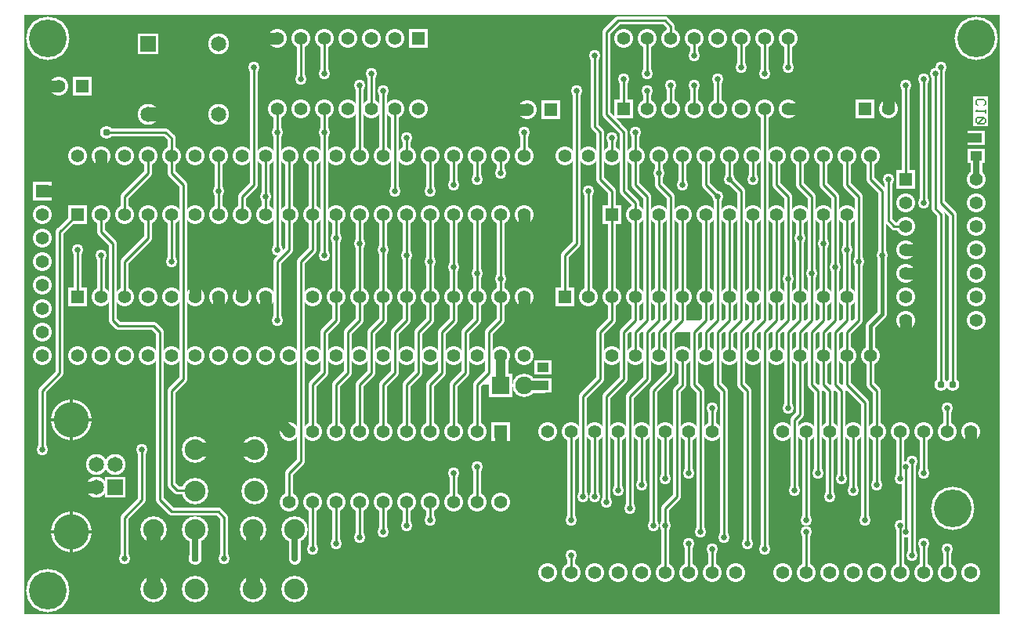
<source format=gbl>
G04*
G04 Format:               Gerber RS-274X*
G04 Layer:                BottomCopper*
G04 This File Name:       Mini (Ver 4l 2024) - Gerber.gbl*
G04 Source File Name:     Mini (Ver 4l 2024).pcb*
G04 Unique ID:            5eaf9519-9103-422e-be0f-e1a041fa282d*
G04 Generated Date:       Saturday, 19 October 2024 20:49:58*
G04*
G04 Created Using:        Robot Room Copper Connection v2.7.5443*
G04 Software Contact:     http://www.robotroom.com/CopperConnection/Support.aspx*
G04 License Number:       1685*
G04 Student Edition:      true*
G04*
G04 Zero Suppression:     Leading*
G04 Number Precision:     2.4*
G04*
%FSLAX24Y24*%
%MOIN*%
%LNBottomCopper*%
%ADD10C,.006*%
%ADD11C,.01*%
%ADD12C,.015*%
%ADD13C,.025*%
%ADD14C,.026*%
%ADD15C,.031*%
%ADD16C,.034*%
%ADD17C,.039*%
%ADD18C,.04*%
%ADD19C,.049*%
%ADD20C,.05*%
%ADD21C,.055*%
%ADD22C,.056*%
%ADD23C,.06*%
%ADD24C,.064*%
%ADD25C,.065*%
%ADD26C,.075*%
%ADD27C,.08*%
%ADD28C,.088*%
%ADD29C,.089*%
%ADD30C,.099*%
%ADD31C,.112*%
%ADD32C,.15*%
%ADD33C,.16*%
%ADD34C,.184*%
%ADD35R,.006X.006*%
%ADD36R,.056X.056*%
%ADD37R,.065X.065*%
%ADD38R,.075X.075*%
%ADD39R,.08X.08*%
%ADD40R,.089X.089*%
%ADD41R,.099X.099*%
%ADD42R,.05X.04*%
%ADD43R,.074X.064*%
%AMTHERMAL*7,0,0,$1,$1-$2-$2,$2,0*%
%ADD44THERMAL,.174X.012*%
G36*
G01X0Y25500D02*
Y0D01*
X41500D01*
Y25500D01*
X0D01*
G37*
%LPC*%
G36*
X26000Y12500D02*
X35500D01*
X35000Y12000D01*
X25500D01*
X26000Y12500D01*
G37*
G36*
X19250Y9750D02*
X20250D01*
Y11000D01*
X19750Y10750D01*
Y10250D01*
X19250Y9750D01*
G37*
G36*
X33500Y9750D02*
X35000D01*
X35250Y9500D01*
X33750D01*
X33500Y9750D01*
G37*
D44*
X2000Y8250D03*
Y3510D03*
G36*
X40371Y22027D02*
X41012D01*
Y20748D01*
X40371D01*
Y22027D01*
G37*
D16*
X26000Y17000D02*
Y13500D01*
X27000D02*
Y17000D01*
X28000Y13500D02*
Y17000D01*
X25000Y13500D02*
Y17000D01*
X29000D02*
Y13500D01*
X30000D02*
Y17000D01*
X31000Y13500D02*
Y17000D01*
X32000D02*
Y13500D01*
X33000D02*
Y16000D01*
X34000Y13500D02*
Y15750D01*
X35000Y17000D02*
Y15500D01*
X23250Y1750D02*
Y2500D01*
X26000Y11000D02*
Y12000D01*
X39000Y23250D02*
Y17500D01*
X39500Y17000D01*
X27000Y11000D02*
Y12000D01*
X26000D02*
X26500Y12500D01*
Y17750D01*
X29000Y11000D02*
Y12000D01*
X26500Y17750D02*
X26000Y18250D01*
X27000Y12000D02*
X27500Y12500D01*
X26000Y18250D02*
Y19500D01*
X27500Y12500D02*
Y17750D01*
X30000Y11000D02*
Y12000D01*
X27500Y17750D02*
X27000Y18250D01*
X29000Y12000D02*
X29500Y12500D01*
X27000Y18250D02*
Y18750D01*
X29500Y12500D02*
Y17750D01*
X32000Y11000D02*
Y12000D01*
X29500Y17750D02*
X29000Y18250D01*
X30000Y12000D02*
X30500Y12500D01*
X29000Y18250D02*
Y19500D01*
X30500Y12500D02*
Y18000D01*
X33000Y11000D02*
Y12000D01*
X30500Y18000D02*
X30000Y18500D01*
X8250Y19500D02*
Y18000D01*
X32000Y12000D02*
X32500Y12500D01*
Y14250D01*
X34000Y11000D02*
Y12000D01*
X32500Y17750D02*
X32000Y18250D01*
X33000Y12000D02*
X33500Y12500D01*
X32000Y18250D02*
Y19500D01*
X33500Y12500D02*
Y14500D01*
X35000Y11000D02*
Y12000D01*
X33500Y17750D02*
X33000Y18250D01*
X34000Y12000D02*
X34500Y12500D01*
X33000Y18250D02*
Y19500D01*
X34500Y12500D02*
Y14750D01*
Y17750D02*
X34000Y18250D01*
X35000Y12000D02*
X35500Y12500D01*
X34000Y18250D02*
Y19500D01*
X35500Y12500D02*
Y15000D01*
Y17750D02*
X35000Y18250D01*
Y19500D01*
X36500Y18000D02*
X36000Y18500D01*
Y19500D01*
X20250Y13500D02*
Y14250D01*
X19250Y13500D02*
Y14500D01*
X31000Y11000D02*
Y12000D01*
X18250Y13500D02*
Y14750D01*
X29500Y21500D02*
Y22750D01*
X17250Y17000D02*
Y15000D01*
X31000Y12000D02*
X31500Y12500D01*
X16250Y13500D02*
Y15250D01*
X15250Y17000D02*
Y15500D01*
X14250Y13500D02*
Y15750D01*
X31500Y12500D02*
Y21500D01*
X38250Y17500D02*
Y22750D01*
X3250Y13500D02*
Y15250D01*
X16250Y17000D02*
Y15250D01*
X13250Y13500D02*
Y16000D01*
X4250Y13500D02*
Y15000D01*
X11250Y4750D02*
Y6000D01*
X4250Y15000D02*
X5250Y16000D01*
X6250Y15000D02*
Y17000D01*
X39500D02*
Y9750D01*
X27000Y19500D02*
Y18750D01*
X3500Y20500D02*
X12250Y4750D02*
Y2750D01*
X11250Y6000D02*
X11750Y6500D01*
X31000Y13500D02*
Y12500D01*
X11750Y6500D02*
Y15000D01*
X13250Y4750D02*
Y3000D01*
X11750Y15000D02*
X12250Y15500D01*
X32000Y13500D02*
Y12500D01*
X31000D02*
X30500Y12000D01*
X7250Y5230D02*
X6500Y5250D01*
X30500Y12000D02*
Y9750D01*
X3500Y20500D02*
X6000D01*
X33000Y13500D02*
Y12500D01*
X30500Y9750D02*
X30750Y9500D01*
X32000Y12500D02*
X31500Y12000D01*
Y2750D01*
X34000Y13500D02*
Y12500D01*
X33000D02*
X32500Y12000D01*
Y8750D01*
X33000Y11000D02*
Y8500D01*
X34000Y12500D02*
X33500Y12000D01*
X14750Y21500D02*
Y23000D01*
X33500Y12000D02*
Y9750D01*
X6000Y20500D02*
X6250Y20250D01*
X2250Y13500D02*
Y15500D01*
X34000Y11000D02*
Y9750D01*
X6250Y20250D02*
Y19500D01*
X33500Y9750D02*
X33750Y9500D01*
X6500Y5250D02*
X6250Y5500D01*
X33750Y9500D02*
Y6000D01*
X33000Y8500D02*
X32750Y8250D01*
X12750Y23000D02*
Y24500D01*
X32750Y8250D02*
Y5250D01*
X35000Y11000D02*
Y9750D01*
X34000D02*
X34250Y9500D01*
X12250Y7750D02*
Y9750D01*
X13250Y7750D02*
Y9750D01*
X6250Y5500D02*
Y9500D01*
X12250Y9750D02*
X12750Y10250D01*
Y15250D02*
Y20500D01*
X6250Y9500D02*
X6750Y10000D01*
X12750Y10250D02*
Y12000D01*
Y21500D02*
Y20500D01*
X6750Y10000D02*
Y18250D01*
X14250Y7750D02*
Y9750D01*
X12750Y12000D02*
X13250Y12500D01*
X6750Y18250D02*
X6250Y18750D01*
X13250Y9750D02*
X13750Y10250D01*
X13250Y12500D02*
Y13500D01*
X13750Y10250D02*
Y12000D01*
X15250Y7750D02*
Y9750D01*
X13750Y12000D02*
X14250Y12500D01*
Y9750D02*
X14750Y10250D01*
X14250Y12500D02*
Y13500D01*
X14750Y10250D02*
Y12000D01*
X16250Y7750D02*
Y9750D01*
X14750Y12000D02*
X15250Y12500D01*
Y9750D02*
X15750Y10250D01*
X15250Y12500D02*
Y13500D01*
X12250Y15500D02*
Y17000D01*
X15750Y10250D02*
Y12000D01*
X17250Y7750D02*
Y9750D01*
X15750Y12000D02*
X16250Y12500D01*
Y9750D02*
X16750Y10250D01*
X16250Y12500D02*
Y13500D01*
X6250Y18750D02*
Y19500D01*
X10750Y21500D02*
Y20500D01*
X37750Y2500D02*
Y6500D01*
X14250Y4750D02*
Y3250D01*
X34250Y9500D02*
Y7750D01*
X12250Y17000D02*
Y19500D01*
X36000Y11000D02*
Y9750D01*
X16750Y10250D02*
Y12000D01*
X10250Y19500D02*
Y17750D01*
X35000Y9750D02*
X35750Y9000D01*
Y4000D01*
X18250Y7750D02*
Y9750D01*
X15250Y4750D02*
Y3500D01*
X16750Y12000D02*
X17250Y12500D01*
X36000Y9750D02*
X36250Y9500D01*
X37500Y6250D02*
Y3500D01*
X17250Y9750D02*
X17750Y10250D01*
X17250Y4750D02*
Y4000D01*
Y12500D02*
Y13500D01*
X17750Y10250D02*
Y12000D01*
X36250Y9500D02*
Y7750D01*
X19250D02*
Y9750D01*
X17750Y12000D02*
X18250Y12500D01*
X39000Y9750D02*
Y17000D01*
X18250Y9750D02*
X18750Y10250D01*
X39000Y17000D02*
X38750Y17250D01*
X18250Y12500D02*
Y13500D01*
X18750Y10250D02*
Y12000D01*
X29750Y3250D02*
Y9500D01*
X38750Y17250D02*
Y23000D01*
X18750Y12000D02*
X19250Y12500D01*
Y9750D02*
X19750Y10250D01*
X19250Y12500D02*
Y13500D01*
X10750Y15500D02*
Y20500D01*
X28500Y21500D02*
Y22500D01*
X19750Y10250D02*
Y12000D01*
X20250Y12500D01*
X27500Y21500D02*
Y22500D01*
X16250Y4750D02*
Y3750D01*
X20250Y12500D02*
Y13500D01*
X37500Y22500D02*
Y18500D01*
X29750Y9500D02*
X29500Y9750D01*
X31500Y23000D02*
Y24500D01*
X26500Y21500D02*
Y22250D01*
X29500Y9750D02*
Y12000D01*
X30000Y12500D01*
X14250Y22500D02*
Y19500D01*
X23000Y13500D02*
Y15250D01*
X15250Y22250D02*
Y19500D01*
X23000Y15250D02*
X23500Y15750D01*
Y22250D01*
X30000Y12500D02*
Y13500D01*
X28750Y3500D02*
Y9500D01*
X18250Y4750D02*
Y6000D01*
X30000Y19500D02*
Y18500D01*
X28750Y9500D02*
X28500Y9750D01*
Y12000D01*
X29000Y12500D01*
Y13500D01*
X26750Y3750D02*
Y9500D01*
X4250Y2360D02*
Y4110D01*
X26750Y9500D02*
X27500Y10250D01*
X32500Y23250D02*
Y24500D01*
X27500Y10250D02*
Y12000D01*
X28000Y12500D01*
Y13500D01*
X19250Y4750D02*
Y6250D01*
X4250Y4110D02*
X5000Y4860D01*
X25750Y4500D02*
Y9250D01*
X25500Y21500D02*
Y22750D01*
X37500Y16500D02*
X37000D01*
X25750Y9250D02*
X26500Y10000D01*
X5000Y4860D02*
Y7000D01*
X26500Y10000D02*
Y12000D01*
X27000Y12500D01*
Y13500D01*
X11250Y19500D02*
Y17000D01*
X23750Y5000D02*
Y9250D01*
X24750Y4750D02*
Y9250D01*
X25500Y10000D01*
X23750Y9250D02*
X24500Y10000D01*
X25500D02*
Y12000D01*
X37000Y16500D02*
X36750Y16750D01*
X26500Y24500D02*
Y23000D01*
X24500Y10000D02*
Y12000D01*
X35000Y13500D02*
Y12500D01*
X11250Y17000D02*
Y15500D01*
X36750Y16750D02*
Y18500D01*
X11750Y22750D02*
Y24500D01*
X25500Y12000D02*
X26000Y12500D01*
Y13500D01*
X27250Y3750D02*
Y4500D01*
X24500Y12000D02*
X25000Y12500D01*
Y13500D01*
X11250Y15500D02*
X10750Y15000D01*
X35000Y12500D02*
X34500Y12000D01*
X15250Y13500D02*
Y15500D01*
X10750Y15000D02*
Y12500D01*
X10250Y17000D02*
Y17750D01*
X34500Y12000D02*
Y9750D01*
X35000Y13500D02*
Y15500D01*
X34500Y9750D02*
X34750Y9500D01*
X27250Y4500D02*
X27750Y5000D01*
X16250Y19500D02*
Y20250D01*
X27750Y5000D02*
Y9500D01*
X28000Y9750D01*
X17250Y19500D02*
Y18000D01*
X28000Y9750D02*
Y11000D01*
X8250Y17000D02*
Y18000D01*
X15750Y21500D02*
Y18000D01*
X18250Y19500D02*
Y18250D01*
X25000Y20250D02*
Y19500D01*
X34750Y9500D02*
Y5750D01*
X24000Y18000D02*
Y13500D01*
X19250Y19500D02*
Y18500D01*
X28000Y18250D02*
Y19500D01*
X20250D02*
Y18750D01*
X21250Y19500D02*
Y20500D01*
X31000Y18500D02*
Y19500D01*
X14250Y17000D02*
Y15750D01*
X34000Y17000D02*
Y15750D01*
X26000Y20500D02*
Y19500D01*
X4250Y17000D02*
Y17750D01*
X5250Y18750D01*
X13250Y17000D02*
Y16000D01*
X5250Y18750D02*
Y19500D01*
X33000Y17000D02*
Y16000D01*
X2250Y17000D02*
X1500Y16250D01*
X3250Y17000D02*
Y16250D01*
X3750Y15750D01*
Y12500D01*
X750Y7000D02*
Y9500D01*
X1500Y10250D01*
Y16250D01*
X3750Y12500D02*
X4000Y12250D01*
X5500D01*
X5750Y12000D01*
X9250Y17000D02*
Y17750D01*
X5750Y12000D02*
Y4860D01*
X6250Y4360D01*
X8250D01*
X9250Y17750D02*
X9750Y18250D01*
X8250Y4360D02*
X8500Y4110D01*
Y2360D01*
X9750Y18250D02*
Y23250D01*
X30500D02*
Y24500D01*
X5250Y16000D02*
Y17000D01*
X36500Y18000D02*
Y15250D01*
X17250Y13500D02*
Y15000D01*
X35500Y17750D02*
Y15000D01*
X18250Y17000D02*
Y14750D01*
X34500Y17750D02*
Y14750D01*
X19250Y17000D02*
Y14500D01*
X33500Y17750D02*
Y14500D01*
X20250Y17000D02*
Y14250D01*
X26000Y17000D02*
Y17500D01*
X25000Y17000D02*
Y18000D01*
X26000Y17500D02*
X25500Y18000D01*
Y20500D01*
X28500Y24500D02*
Y23750D01*
X25500Y20500D02*
X25250Y20750D01*
X25000Y18000D02*
X24500Y18500D01*
X25250Y20750D02*
X24750Y21250D01*
Y24750D01*
X25250Y25250D01*
X24500Y18500D02*
Y20500D01*
X25250Y25250D02*
X27250D01*
X27500Y25000D01*
Y24500D01*
X24500Y20500D02*
X24250Y20750D01*
Y23750D01*
X39250Y7750D02*
Y8750D01*
X38250Y7750D02*
Y6000D01*
X37250Y7750D02*
Y5750D01*
X28250Y6000D02*
Y7750D01*
X36250D02*
Y5500D01*
X27250Y5750D02*
Y7750D01*
X35250D02*
Y5250D01*
X26250Y5500D02*
Y7750D01*
X34250D02*
Y5000D01*
X25250Y5250D02*
Y7750D01*
X33250D02*
Y4000D01*
X24250Y5000D02*
Y7750D01*
X39250Y1750D02*
Y2750D01*
X23250Y4000D02*
Y7750D01*
X38250Y1750D02*
Y3000D01*
X37250Y1750D02*
Y3750D01*
X27250D02*
Y1750D01*
X28250D02*
Y3000D01*
X29250Y7750D02*
Y8750D01*
Y2750D02*
Y1750D01*
X33250D02*
Y3500D01*
X30750Y9500D02*
Y3000D01*
X32500Y17750D02*
Y14250D01*
D17*
X36000Y11000D02*
Y12250D01*
X36500Y12750D01*
Y15250D01*
D19*
X7250Y2360D02*
Y3610D01*
X11500Y2360D02*
Y3610D01*
X40500Y19490D02*
Y18500D01*
D20*
X10750Y20500D03*
X27000Y18750D03*
X38250Y22750D03*
X34750Y5750D03*
X22070Y10480D03*
X10250Y17750D03*
X29500Y22750D03*
X6250Y15000D03*
X12750Y20500D03*
X16250Y15250D03*
X32500Y8750D03*
X33750Y6000D03*
X3250Y15250D03*
X14750Y23000D03*
X12250Y2750D03*
X12750Y23000D03*
X32500Y23250D03*
X32750Y5250D03*
X8500Y2360D03*
X11500D03*
X23250Y2500D03*
X31500Y2750D03*
X26000Y20500D03*
X12750Y15250D03*
X21250Y20500D03*
X30000Y18500D03*
X2250Y15500D03*
X10750D03*
X28250Y6000D03*
X39250Y8750D03*
X29250D03*
X27250Y5750D03*
X37250D03*
X26250Y5500D03*
X36250D03*
X25250Y5250D03*
X35250D03*
X24250Y5000D03*
X34250D03*
X23250Y4000D03*
X33250D03*
X27250Y3750D03*
X39250Y2750D03*
X38250Y3000D03*
X37250Y3750D03*
X37750Y2500D03*
X30750Y3000D03*
X13250D03*
X37750Y6500D03*
X29500Y17750D03*
X14250Y3250D03*
X35750Y4000D03*
X8250Y18000D03*
X17250Y4000D03*
X29750Y3250D03*
X15250Y3500D03*
X28250Y3000D03*
X29250Y2750D03*
X39000Y23250D03*
X38250Y17500D03*
Y6000D03*
X28500Y22500D03*
X31500Y23000D03*
X37500Y6250D03*
Y22500D03*
Y3500D03*
X27500Y22500D03*
X28750Y3500D03*
X14250Y22500D03*
X26500Y22250D03*
X15250D03*
X4250Y2360D03*
X16250Y3750D03*
X23500Y22250D03*
X26750Y3750D03*
X33250Y3500D03*
X18250Y6000D03*
X25750Y4500D03*
X19250Y6250D03*
X25500Y22750D03*
X24750Y4750D03*
X23750Y5000D03*
X750Y7000D03*
X5000D03*
X31000Y18500D03*
X26500Y23000D03*
X36750Y18500D03*
X15250Y15500D03*
X35000D03*
X11750Y22750D03*
X10750Y12500D03*
X14250Y15750D03*
X16250Y20250D03*
X17250Y18000D03*
X25000Y20250D03*
X24000Y18000D03*
X18250Y18250D03*
X34000Y15750D03*
X28000Y18250D03*
X19250Y18500D03*
X20250Y18750D03*
X15750Y18000D03*
X13250Y16000D03*
X33000D03*
X38750Y23000D03*
X9750Y23250D03*
X30500D03*
X36500Y15250D03*
X17250Y15000D03*
X35500D03*
X18250Y14750D03*
X34500D03*
X19250Y14500D03*
X33500D03*
X20250Y14250D03*
X28500Y23750D03*
X24250D03*
X32500Y14250D03*
D21*
X3500Y20500D03*
X39500Y9750D03*
X7250Y2360D03*
X39000Y9750D03*
D24*
X21250Y9720D02*
X22060D01*
X20250D02*
Y11000D01*
D27*
X24000Y13500D03*
X25000D03*
X26000D03*
X27000D03*
X28000D03*
X29000D03*
X30000D03*
X31000D03*
X32000D03*
X33000D03*
X34000D03*
X35000D03*
X36000Y19500D03*
X35000D03*
X34000D03*
X33000D03*
X32000D03*
X31000D03*
X30000D03*
X29000D03*
X28000D03*
X27000D03*
X26000D03*
X25000D03*
X24000D03*
X23000D03*
X26000Y17000D03*
X27000D03*
X28000D03*
X29000D03*
X30000D03*
X31000D03*
X32000D03*
X33000D03*
X34000D03*
X35000D03*
X36000Y11000D03*
X35000D03*
X34000D03*
X33000D03*
X32000D03*
X31000D03*
X30000D03*
X29000D03*
X28000D03*
X27000D03*
X26000D03*
X25000D03*
X3250Y13500D03*
X4250D03*
X5250D03*
X6250D03*
X7250D03*
X8250D03*
X9250D03*
X10250D03*
X12250D03*
X13250D03*
X14250D03*
X15250D03*
X16250D03*
X17250D03*
X18250D03*
X19250D03*
X20250D03*
X21250D03*
Y19500D03*
X20250D03*
X19250D03*
X18250D03*
X17250D03*
X16250D03*
X15250D03*
X14250D03*
X13250D03*
X12250D03*
X11250D03*
X10250D03*
X9250D03*
X8250D03*
X7250D03*
X6250D03*
X5250D03*
X4250D03*
X3250D03*
X2250D03*
X3250Y17000D03*
X4250D03*
X5250D03*
X6250D03*
X7250D03*
X8250D03*
X9250D03*
X10250D03*
X11250D03*
X12250D03*
X13250D03*
X14250D03*
X15250D03*
X16250D03*
X17250D03*
X18250D03*
X19250D03*
X20250D03*
X21250D03*
Y11000D03*
X20250D03*
X19250D03*
X18250D03*
X17250D03*
X16250D03*
X15250D03*
X14250D03*
X13250D03*
X12250D03*
X11250D03*
X10250D03*
X9250D03*
X8250D03*
X7250D03*
X6250D03*
X5250D03*
X4250D03*
X3250D03*
X2250D03*
X15750Y24500D03*
X14750D03*
X13750D03*
X12750D03*
X11750D03*
X10750D03*
Y21500D03*
X11750D03*
X12750D03*
X13750D03*
X14750D03*
X15750D03*
X16750D03*
X24250Y1750D03*
X22250D03*
X23250D03*
X25250D03*
X26250D03*
X27250D03*
X28250D03*
X29250D03*
X30250D03*
X29250Y7750D03*
X28250D03*
X27250D03*
X26250D03*
X25250D03*
X24250D03*
X23250D03*
X22250D03*
X1460Y22460D03*
X750Y17000D03*
Y16000D03*
Y15000D03*
Y14000D03*
Y13000D03*
Y12000D03*
Y11000D03*
X34250Y1750D03*
X32250D03*
X33250D03*
X35250D03*
X36250D03*
X37250D03*
X38250D03*
X39250D03*
X40250D03*
Y7750D03*
X39250D03*
X38250D03*
X37250D03*
X36250D03*
X35250D03*
X34250D03*
X33250D03*
X32250D03*
X19250D03*
X18250D03*
X17250D03*
X16250D03*
X15250D03*
X14250D03*
X13250D03*
X12250D03*
X11250D03*
Y4750D03*
X12250D03*
X13250D03*
X14250D03*
X15250D03*
X16250D03*
X17250D03*
X18250D03*
X19250D03*
X20250D03*
X37500Y17500D03*
Y16500D03*
Y15500D03*
Y14500D03*
Y13500D03*
Y12500D03*
X40500D03*
Y13500D03*
Y14500D03*
Y15500D03*
Y16500D03*
Y17500D03*
Y18500D03*
X26500Y21500D03*
X27500D03*
X28500D03*
X29500D03*
X30500D03*
X31500D03*
X32500D03*
Y24500D03*
X31500D03*
X30500D03*
X29500D03*
X28500D03*
X27500D03*
X26500D03*
X25500D03*
X36750Y21500D03*
X21390Y21450D03*
D29*
X5250Y21250D03*
X8250D03*
Y24250D03*
X3070Y6370D03*
Y5390D03*
X3850Y6370D03*
D30*
X21250Y9720D03*
D31*
X7250Y3610D03*
Y1050D03*
X5480Y3610D03*
Y1050D03*
X11500Y3610D03*
Y1050D03*
X9730Y3610D03*
Y1050D03*
X7250Y7000D03*
X9810D03*
X7250Y5230D03*
X9810D03*
D34*
X1000Y24500D03*
Y1000D03*
X39500Y4500D03*
X40500Y24500D03*
D39*
X23000Y13500D03*
X25000Y17000D03*
X2250Y13500D03*
Y17000D03*
X16750Y24500D03*
X2460Y22460D03*
X750Y18000D03*
X20250Y7750D03*
X37500Y18500D03*
X25500Y21500D03*
X35750D03*
X22390Y21450D03*
D40*
X5250Y24250D03*
X3850Y5390D03*
D41*
X20250Y9720D03*
D43*
X40500Y20250D03*
Y19490D03*
X22060Y9720D03*
Y10480D03*
%LPD*%
D10*
X40819Y21643D02*
G74*
G03X40882Y21706I0J64D01*
G01Y21834D01*
G03X40819Y21898I64J0D01*
G01X40564D01*
G03X40500Y21834I0J64D01*
G01Y21706D01*
G03X40564Y21643I64J0D01*
G01Y21451D02*
X40500Y21388D01*
X40882D01*
Y21451D02*
Y21324D01*
X40819Y21132D02*
X40564D01*
G03X40500Y21069I0J64D01*
G01Y20941D01*
G03X40564Y20878I64J0D01*
G01X40819D01*
G03X40882Y20941I0J64D01*
G01Y21069D01*
G03X40819Y21132I64J0D01*
G01X40564Y20878D01*
D11*
X26000Y17000D02*
Y13500D01*
X27000D02*
Y17000D01*
X28000Y13500D02*
Y17000D01*
X25000Y13500D02*
Y17000D01*
X29000D02*
Y13500D01*
X30000D02*
Y17000D01*
X31000Y13500D02*
Y17000D01*
X32000D02*
Y13500D01*
X33000D02*
Y16000D01*
X34000Y13500D02*
Y15750D01*
X35000Y17000D02*
Y15500D01*
X23250Y1750D02*
Y2500D01*
X26000Y11000D02*
Y12000D01*
X39000Y23250D02*
Y17500D01*
X39500Y17000D01*
X27000Y11000D02*
Y12000D01*
X26000D02*
X26500Y12500D01*
Y17750D01*
X29000Y11000D02*
Y12000D01*
X26500Y17750D02*
X26000Y18250D01*
X27000Y12000D02*
X27500Y12500D01*
X26000Y18250D02*
Y19500D01*
X27500Y12500D02*
Y17750D01*
X30000Y11000D02*
Y12000D01*
X27500Y17750D02*
X27000Y18250D01*
X29000Y12000D02*
X29500Y12500D01*
X27000Y18250D02*
Y18750D01*
X29500Y12500D02*
Y17750D01*
X32000Y11000D02*
Y12000D01*
X29500Y17750D02*
X29000Y18250D01*
X30000Y12000D02*
X30500Y12500D01*
X29000Y18250D02*
Y19500D01*
X30500Y12500D02*
Y18000D01*
X33000Y11000D02*
Y12000D01*
X30500Y18000D02*
X30000Y18500D01*
X8250Y19500D02*
Y18000D01*
X32000Y12000D02*
X32500Y12500D01*
Y14250D01*
X34000Y11000D02*
Y12000D01*
X32500Y17750D02*
X32000Y18250D01*
X33000Y12000D02*
X33500Y12500D01*
X32000Y18250D02*
Y19500D01*
X33500Y12500D02*
Y14500D01*
X35000Y11000D02*
Y12000D01*
X33500Y17750D02*
X33000Y18250D01*
X34000Y12000D02*
X34500Y12500D01*
X33000Y18250D02*
Y19500D01*
X34500Y12500D02*
Y14750D01*
Y17750D02*
X34000Y18250D01*
X35000Y12000D02*
X35500Y12500D01*
X34000Y18250D02*
Y19500D01*
X35500Y12500D02*
Y15000D01*
Y17750D02*
X35000Y18250D01*
Y19500D01*
X36500Y18000D02*
X36000Y18500D01*
Y19500D01*
X20250Y13500D02*
Y14250D01*
X19250Y13500D02*
Y14500D01*
X31000Y11000D02*
Y12000D01*
X18250Y13500D02*
Y14750D01*
X29500Y21500D02*
Y22750D01*
X17250Y17000D02*
Y15000D01*
X31000Y12000D02*
X31500Y12500D01*
X16250Y13500D02*
Y15250D01*
X15250Y17000D02*
Y15500D01*
X14250Y13500D02*
Y15750D01*
X31500Y12500D02*
Y21500D01*
X38250Y17500D02*
Y22750D01*
X3250Y13500D02*
Y15250D01*
X16250Y17000D02*
Y15250D01*
X13250Y13500D02*
Y16000D01*
X4250Y13500D02*
Y15000D01*
X11250Y4750D02*
Y6000D01*
X4250Y15000D02*
X5250Y16000D01*
X6250Y15000D02*
Y17000D01*
X39500D02*
Y9750D01*
X27000Y19500D02*
Y18750D01*
X3500Y20500D02*
X12250Y4750D02*
Y2750D01*
X11250Y6000D02*
X11750Y6500D01*
X31000Y13500D02*
Y12500D01*
X11750Y6500D02*
Y15000D01*
X13250Y4750D02*
Y3000D01*
X11750Y15000D02*
X12250Y15500D01*
X32000Y13500D02*
Y12500D01*
X31000D02*
X30500Y12000D01*
X7250Y5230D02*
X6500Y5250D01*
X30500Y12000D02*
Y9750D01*
X3500Y20500D02*
X6000D01*
X33000Y13500D02*
Y12500D01*
X30500Y9750D02*
X30750Y9500D01*
X32000Y12500D02*
X31500Y12000D01*
Y2750D01*
X34000Y13500D02*
Y12500D01*
X33000D02*
X32500Y12000D01*
Y8750D01*
X33000Y11000D02*
Y8500D01*
X34000Y12500D02*
X33500Y12000D01*
X14750Y21500D02*
Y23000D01*
X33500Y12000D02*
Y9750D01*
X6000Y20500D02*
X6250Y20250D01*
X2250Y13500D02*
Y15500D01*
X34000Y11000D02*
Y9750D01*
X6250Y20250D02*
Y19500D01*
X33500Y9750D02*
X33750Y9500D01*
X6500Y5250D02*
X6250Y5500D01*
X33750Y9500D02*
Y6000D01*
X33000Y8500D02*
X32750Y8250D01*
X12750Y23000D02*
Y24500D01*
X32750Y8250D02*
Y5250D01*
X35000Y11000D02*
Y9750D01*
X34000D02*
X34250Y9500D01*
X12250Y7750D02*
Y9750D01*
X13250Y7750D02*
Y9750D01*
X6250Y5500D02*
Y9500D01*
X12250Y9750D02*
X12750Y10250D01*
Y15250D02*
Y20500D01*
X6250Y9500D02*
X6750Y10000D01*
X12750Y10250D02*
Y12000D01*
Y21500D02*
Y20500D01*
X6750Y10000D02*
Y18250D01*
X14250Y7750D02*
Y9750D01*
X12750Y12000D02*
X13250Y12500D01*
X6750Y18250D02*
X6250Y18750D01*
X13250Y9750D02*
X13750Y10250D01*
X13250Y12500D02*
Y13500D01*
X13750Y10250D02*
Y12000D01*
X15250Y7750D02*
Y9750D01*
X13750Y12000D02*
X14250Y12500D01*
Y9750D02*
X14750Y10250D01*
X14250Y12500D02*
Y13500D01*
X14750Y10250D02*
Y12000D01*
X16250Y7750D02*
Y9750D01*
X14750Y12000D02*
X15250Y12500D01*
Y9750D02*
X15750Y10250D01*
X15250Y12500D02*
Y13500D01*
X12250Y15500D02*
Y17000D01*
X15750Y10250D02*
Y12000D01*
X17250Y7750D02*
Y9750D01*
X15750Y12000D02*
X16250Y12500D01*
Y9750D02*
X16750Y10250D01*
X16250Y12500D02*
Y13500D01*
X6250Y18750D02*
Y19500D01*
X10750Y21500D02*
Y20500D01*
X37750Y2500D02*
Y6500D01*
X14250Y4750D02*
Y3250D01*
X34250Y9500D02*
Y7750D01*
X12250Y17000D02*
Y19500D01*
X36000Y11000D02*
Y9750D01*
X16750Y10250D02*
Y12000D01*
X10250Y19500D02*
Y17750D01*
X35000Y9750D02*
X35750Y9000D01*
Y4000D01*
X18250Y7750D02*
Y9750D01*
X15250Y4750D02*
Y3500D01*
X16750Y12000D02*
X17250Y12500D01*
X36000Y9750D02*
X36250Y9500D01*
X37500Y6250D02*
Y3500D01*
X17250Y9750D02*
X17750Y10250D01*
X17250Y4750D02*
Y4000D01*
Y12500D02*
Y13500D01*
X17750Y10250D02*
Y12000D01*
X36250Y9500D02*
Y7750D01*
X19250D02*
Y9750D01*
X17750Y12000D02*
X18250Y12500D01*
X39000Y9750D02*
Y17000D01*
X18250Y9750D02*
X18750Y10250D01*
X39000Y17000D02*
X38750Y17250D01*
X18250Y12500D02*
Y13500D01*
X18750Y10250D02*
Y12000D01*
X29750Y3250D02*
Y9500D01*
X38750Y17250D02*
Y23000D01*
X18750Y12000D02*
X19250Y12500D01*
Y9750D02*
X19750Y10250D01*
X19250Y12500D02*
Y13500D01*
X10750Y15500D02*
Y20500D01*
X28500Y21500D02*
Y22500D01*
X19750Y10250D02*
Y12000D01*
X20250Y12500D01*
X27500Y21500D02*
Y22500D01*
X16250Y4750D02*
Y3750D01*
X20250Y12500D02*
Y13500D01*
X37500Y22500D02*
Y18500D01*
X29750Y9500D02*
X29500Y9750D01*
X31500Y23000D02*
Y24500D01*
X26500Y21500D02*
Y22250D01*
X29500Y9750D02*
Y12000D01*
X30000Y12500D01*
X14250Y22500D02*
Y19500D01*
X23000Y13500D02*
Y15250D01*
X15250Y22250D02*
Y19500D01*
X23000Y15250D02*
X23500Y15750D01*
Y22250D01*
X30000Y12500D02*
Y13500D01*
X28750Y3500D02*
Y9500D01*
X18250Y4750D02*
Y6000D01*
X30000Y19500D02*
Y18500D01*
X28750Y9500D02*
X28500Y9750D01*
Y12000D01*
X29000Y12500D01*
Y13500D01*
X26750Y3750D02*
Y9500D01*
X4250Y2360D02*
Y4110D01*
X26750Y9500D02*
X27500Y10250D01*
X32500Y23250D02*
Y24500D01*
X27500Y10250D02*
Y12000D01*
X28000Y12500D01*
Y13500D01*
X19250Y4750D02*
Y6250D01*
X4250Y4110D02*
X5000Y4860D01*
X25750Y4500D02*
Y9250D01*
X25500Y21500D02*
Y22750D01*
X37500Y16500D02*
X37000D01*
X25750Y9250D02*
X26500Y10000D01*
X5000Y4860D02*
Y7000D01*
X26500Y10000D02*
Y12000D01*
X27000Y12500D01*
Y13500D01*
X11250Y19500D02*
Y17000D01*
X23750Y5000D02*
Y9250D01*
X24750Y4750D02*
Y9250D01*
X25500Y10000D01*
X23750Y9250D02*
X24500Y10000D01*
X25500D02*
Y12000D01*
X37000Y16500D02*
X36750Y16750D01*
X26500Y24500D02*
Y23000D01*
X24500Y10000D02*
Y12000D01*
X35000Y13500D02*
Y12500D01*
X11250Y17000D02*
Y15500D01*
X36750Y16750D02*
Y18500D01*
X11750Y22750D02*
Y24500D01*
X25500Y12000D02*
X26000Y12500D01*
Y13500D01*
X27250Y3750D02*
Y4500D01*
X24500Y12000D02*
X25000Y12500D01*
Y13500D01*
X11250Y15500D02*
X10750Y15000D01*
X35000Y12500D02*
X34500Y12000D01*
X15250Y13500D02*
Y15500D01*
X10750Y15000D02*
Y12500D01*
X10250Y17000D02*
Y17750D01*
X34500Y12000D02*
Y9750D01*
X35000Y13500D02*
Y15500D01*
X34500Y9750D02*
X34750Y9500D01*
X27250Y4500D02*
X27750Y5000D01*
X16250Y19500D02*
Y20250D01*
X27750Y5000D02*
Y9500D01*
X28000Y9750D01*
X17250Y19500D02*
Y18000D01*
X28000Y9750D02*
Y11000D01*
X8250Y17000D02*
Y18000D01*
X15750Y21500D02*
Y18000D01*
X18250Y19500D02*
Y18250D01*
X25000Y20250D02*
Y19500D01*
X34750Y9500D02*
Y5750D01*
X24000Y18000D02*
Y13500D01*
X19250Y19500D02*
Y18500D01*
X28000Y18250D02*
Y19500D01*
X20250D02*
Y18750D01*
X21250Y19500D02*
Y20500D01*
X31000Y18500D02*
Y19500D01*
X14250Y17000D02*
Y15750D01*
X34000Y17000D02*
Y15750D01*
X26000Y20500D02*
Y19500D01*
X4250Y17000D02*
Y17750D01*
X5250Y18750D01*
X13250Y17000D02*
Y16000D01*
X5250Y18750D02*
Y19500D01*
X33000Y17000D02*
Y16000D01*
X2250Y17000D02*
X1500Y16250D01*
X3250Y17000D02*
Y16250D01*
X3750Y15750D01*
Y12500D01*
X750Y7000D02*
Y9500D01*
X1500Y10250D01*
Y16250D01*
X3750Y12500D02*
X4000Y12250D01*
X5500D01*
X5750Y12000D01*
X9250Y17000D02*
Y17750D01*
X5750Y12000D02*
Y4860D01*
X6250Y4360D01*
X8250D01*
X9250Y17750D02*
X9750Y18250D01*
X8250Y4360D02*
X8500Y4110D01*
Y2360D01*
X9750Y18250D02*
Y23250D01*
X30500D02*
Y24500D01*
X5250Y16000D02*
Y17000D01*
X36500Y18000D02*
Y15250D01*
X17250Y13500D02*
Y15000D01*
X35500Y17750D02*
Y15000D01*
X18250Y17000D02*
Y14750D01*
X34500Y17750D02*
Y14750D01*
X19250Y17000D02*
Y14500D01*
X33500Y17750D02*
Y14500D01*
X20250Y17000D02*
Y14250D01*
X26000Y17000D02*
Y17500D01*
X25000Y17000D02*
Y18000D01*
X26000Y17500D02*
X25500Y18000D01*
Y20500D01*
X28500Y24500D02*
Y23750D01*
X25500Y20500D02*
X25250Y20750D01*
X25000Y18000D02*
X24500Y18500D01*
X25250Y20750D02*
X24750Y21250D01*
Y24750D01*
X25250Y25250D01*
X24500Y18500D02*
Y20500D01*
X25250Y25250D02*
X27250D01*
X27500Y25000D01*
Y24500D01*
X24500Y20500D02*
X24250Y20750D01*
Y23750D01*
X39250Y7750D02*
Y8750D01*
X38250Y7750D02*
Y6000D01*
X37250Y7750D02*
Y5750D01*
X28250Y6000D02*
Y7750D01*
X36250D02*
Y5500D01*
X27250Y5750D02*
Y7750D01*
X35250D02*
Y5250D01*
X26250Y5500D02*
Y7750D01*
X34250D02*
Y5000D01*
X25250Y5250D02*
Y7750D01*
X33250D02*
Y4000D01*
X24250Y5000D02*
Y7750D01*
X39250Y1750D02*
Y2750D01*
X23250Y4000D02*
Y7750D01*
X38250Y1750D02*
Y3000D01*
X37250Y1750D02*
Y3750D01*
X27250D02*
Y1750D01*
X28250D02*
Y3000D01*
X29250Y7750D02*
Y8750D01*
Y2750D02*
Y1750D01*
X33250D02*
Y3500D01*
X30750Y9500D02*
Y3000D01*
X32500Y17750D02*
Y14250D01*
D12*
X36000Y11000D02*
Y12250D01*
X36500Y12750D01*
Y15250D01*
D13*
X7250Y2360D02*
Y3610D01*
X11500Y2360D02*
Y3610D01*
X40500Y19490D02*
Y18500D01*
D14*
X10750Y20500D03*
X27000Y18750D03*
X38250Y22750D03*
X34750Y5750D03*
X22070Y10480D03*
X10250Y17750D03*
X29500Y22750D03*
X6250Y15000D03*
X12750Y20500D03*
X16250Y15250D03*
X32500Y8750D03*
X33750Y6000D03*
X7220Y9660D03*
X3250Y15250D03*
X14750Y23000D03*
X12250Y2750D03*
X12750Y23000D03*
X32500Y23250D03*
X32750Y5250D03*
X8500Y2360D03*
X11500D03*
X23250Y2500D03*
X13500Y2000D03*
X31500Y2750D03*
X26000Y20500D03*
X12750Y15250D03*
X21250Y20500D03*
X30000Y18500D03*
X2250Y15500D03*
X10750D03*
X28250Y6000D03*
X39250Y8750D03*
X29250D03*
X27250Y5750D03*
X37250D03*
X26250Y5500D03*
X36250D03*
X25250Y5250D03*
X35250D03*
X24250Y5000D03*
X34250D03*
X23250Y4000D03*
X33250D03*
X27250Y3750D03*
X39250Y2750D03*
X38250Y3000D03*
X37250Y3750D03*
X37750Y2500D03*
X30750Y3000D03*
X13250D03*
X37750Y6500D03*
X29500Y17750D03*
X14250Y3250D03*
X22740Y10250D03*
X35750Y4000D03*
X8250Y18000D03*
X17250Y4000D03*
X29750Y3250D03*
X15250Y3500D03*
X28250Y3000D03*
X29250Y2750D03*
X39000Y23250D03*
X38250Y17500D03*
Y6000D03*
X28500Y22500D03*
X31500Y23000D03*
X37500Y6250D03*
Y22500D03*
Y3500D03*
X27500Y22500D03*
X28750Y3500D03*
X14250Y22500D03*
X26500Y22250D03*
X15250D03*
X4250Y2360D03*
X16250Y3750D03*
X23500Y22250D03*
X26750Y3750D03*
X33250Y3500D03*
X34740Y24500D03*
X18250Y6000D03*
X25750Y4500D03*
X19250Y6250D03*
X25500Y22750D03*
X24750Y4750D03*
X23750Y5000D03*
X750Y7000D03*
X5000D03*
X31000Y18500D03*
X26500Y23000D03*
X36750Y18500D03*
X15250Y15500D03*
X35000D03*
X11750Y22750D03*
X10750Y12500D03*
X14250Y15750D03*
X16250Y20250D03*
X17250Y18000D03*
X25000Y20250D03*
X24000Y18000D03*
X18250Y18250D03*
X34000Y15750D03*
X28000Y18250D03*
X19250Y18500D03*
X20250Y18750D03*
X15750Y18000D03*
X13250Y16000D03*
X33000D03*
X38750Y23000D03*
X9750Y23250D03*
X30500D03*
X14810Y9660D03*
X3000Y1620D03*
X18990Y21500D03*
X36500Y15250D03*
X17250Y15000D03*
X35500D03*
X18250Y14750D03*
X34500D03*
X19250Y14500D03*
X33500D03*
X20250Y14250D03*
X28500Y23750D03*
X24250D03*
X4250Y9250D03*
X17000Y1250D03*
X32500Y14250D03*
D15*
X3500Y20500D03*
X39500Y9750D03*
X7250Y2360D03*
X39000Y9750D03*
D18*
X21250Y9720D02*
X22060D01*
X40500Y20250D02*
X39750D01*
X20250Y9720D02*
Y11000D01*
D20*
X20250Y7750D02*
Y6750D01*
X21250Y13500D02*
Y12500D01*
Y17000D02*
Y15750D01*
X21390Y21450D02*
X20500D01*
X32500Y21500D02*
X33500D01*
X36750D02*
Y22500D01*
X37500Y15500D02*
X38250D01*
X37500Y14500D02*
X38250D01*
X37500Y12500D02*
Y11750D01*
X40250Y7750D02*
Y6750D01*
X7250Y13500D02*
Y14250D01*
X8250Y13500D02*
Y12750D01*
X10250Y13500D02*
Y12750D01*
X9250Y13500D02*
Y14500D01*
X10750Y24500D02*
X10000D01*
X750Y18000D02*
X3250D01*
X1460Y22460D02*
X500D01*
X3250Y18000D02*
Y19500D01*
X11250Y7750D02*
X10500Y8500D01*
X3070Y5390D02*
X2230D01*
D22*
X24000Y13500D03*
X25000D03*
X26000D03*
X27000D03*
X28000D03*
X29000D03*
X30000D03*
X31000D03*
X32000D03*
X33000D03*
X34000D03*
X35000D03*
X36000D03*
Y19500D03*
X35000D03*
X34000D03*
X33000D03*
X32000D03*
X31000D03*
X30000D03*
X29000D03*
X28000D03*
X27000D03*
X26000D03*
X25000D03*
X24000D03*
X23000D03*
X26000Y17000D03*
X27000D03*
X28000D03*
X29000D03*
X30000D03*
X31000D03*
X32000D03*
X33000D03*
X34000D03*
X35000D03*
X36000D03*
Y11000D03*
X35000D03*
X34000D03*
X33000D03*
X32000D03*
X31000D03*
X30000D03*
X29000D03*
X28000D03*
X27000D03*
X26000D03*
X25000D03*
X3250Y13500D03*
X4250D03*
X5250D03*
X6250D03*
X7250D03*
X8250D03*
X9250D03*
X10250D03*
X11250D03*
X12250D03*
X13250D03*
X14250D03*
X15250D03*
X16250D03*
X17250D03*
X18250D03*
X19250D03*
X20250D03*
X21250D03*
Y19500D03*
X20250D03*
X19250D03*
X18250D03*
X17250D03*
X16250D03*
X15250D03*
X14250D03*
X13250D03*
X12250D03*
X11250D03*
X10250D03*
X9250D03*
X8250D03*
X7250D03*
X6250D03*
X5250D03*
X4250D03*
X3250D03*
X2250D03*
X3250Y17000D03*
X4250D03*
X5250D03*
X6250D03*
X7250D03*
X8250D03*
X9250D03*
X10250D03*
X11250D03*
X12250D03*
X13250D03*
X14250D03*
X15250D03*
X16250D03*
X17250D03*
X18250D03*
X19250D03*
X20250D03*
X21250D03*
Y11000D03*
X20250D03*
X19250D03*
X18250D03*
X17250D03*
X16250D03*
X15250D03*
X14250D03*
X13250D03*
X12250D03*
X11250D03*
X10250D03*
X9250D03*
X8250D03*
X7250D03*
X6250D03*
X5250D03*
X4250D03*
X3250D03*
X2250D03*
X15750Y24500D03*
X14750D03*
X13750D03*
X12750D03*
X11750D03*
X10750D03*
Y21500D03*
X11750D03*
X12750D03*
X13750D03*
X14750D03*
X15750D03*
X16750D03*
X24250Y1750D03*
X22250D03*
X23250D03*
X25250D03*
X26250D03*
X27250D03*
X28250D03*
X29250D03*
X30250D03*
Y7750D03*
X29250D03*
X28250D03*
X27250D03*
X26250D03*
X25250D03*
X24250D03*
X23250D03*
X22250D03*
X1460Y22460D03*
X750Y17000D03*
Y16000D03*
Y15000D03*
Y14000D03*
Y13000D03*
Y12000D03*
Y11000D03*
X34250Y1750D03*
X32250D03*
X33250D03*
X35250D03*
X36250D03*
X37250D03*
X38250D03*
X39250D03*
X40250D03*
Y7750D03*
X39250D03*
X38250D03*
X37250D03*
X36250D03*
X35250D03*
X34250D03*
X33250D03*
X32250D03*
X19250D03*
X18250D03*
X17250D03*
X16250D03*
X15250D03*
X14250D03*
X13250D03*
X12250D03*
X11250D03*
Y4750D03*
X12250D03*
X13250D03*
X14250D03*
X15250D03*
X16250D03*
X17250D03*
X18250D03*
X19250D03*
X20250D03*
X37500Y17500D03*
Y16500D03*
Y15500D03*
Y14500D03*
Y13500D03*
Y12500D03*
X40500D03*
Y13500D03*
Y14500D03*
Y15500D03*
Y16500D03*
Y17500D03*
Y18500D03*
X26500Y21500D03*
X27500D03*
X28500D03*
X29500D03*
X30500D03*
X31500D03*
X32500D03*
Y24500D03*
X31500D03*
X30500D03*
X29500D03*
X28500D03*
X27500D03*
X26500D03*
X25500D03*
X36750Y21500D03*
X21390Y21450D03*
D23*
X9730Y1050D02*
Y3610D01*
X7250Y7000D02*
X9810D01*
X5480Y1050D02*
Y3610D01*
X5250Y21250D02*
X6500D01*
D25*
X5250Y21250D03*
X8250D03*
Y24250D03*
X3070Y6370D03*
Y5390D03*
X3850Y6370D03*
D26*
X21250Y9720D03*
D28*
X7250Y3610D03*
Y1050D03*
X5480Y3610D03*
Y1050D03*
X11500Y3610D03*
Y1050D03*
X9730Y3610D03*
Y1050D03*
X7250Y7000D03*
X9810D03*
X7250Y5230D03*
X9810D03*
D32*
X2000Y8250D03*
Y3510D03*
D33*
X1000Y24500D03*
Y1000D03*
X39500Y4500D03*
X40500Y24500D03*
D36*
X23000Y13500D03*
X25000Y17000D03*
X2250Y13500D03*
Y17000D03*
X16750Y24500D03*
X2460Y22460D03*
X750Y18000D03*
X20250Y7750D03*
X37500Y18500D03*
X25500Y21500D03*
X35750D03*
X22390Y21450D03*
D37*
X5250Y24250D03*
X3850Y5390D03*
D38*
X20250Y9720D03*
D42*
X40500Y20250D03*
Y19490D03*
X22060Y9720D03*
Y10480D03*
M02*

</source>
